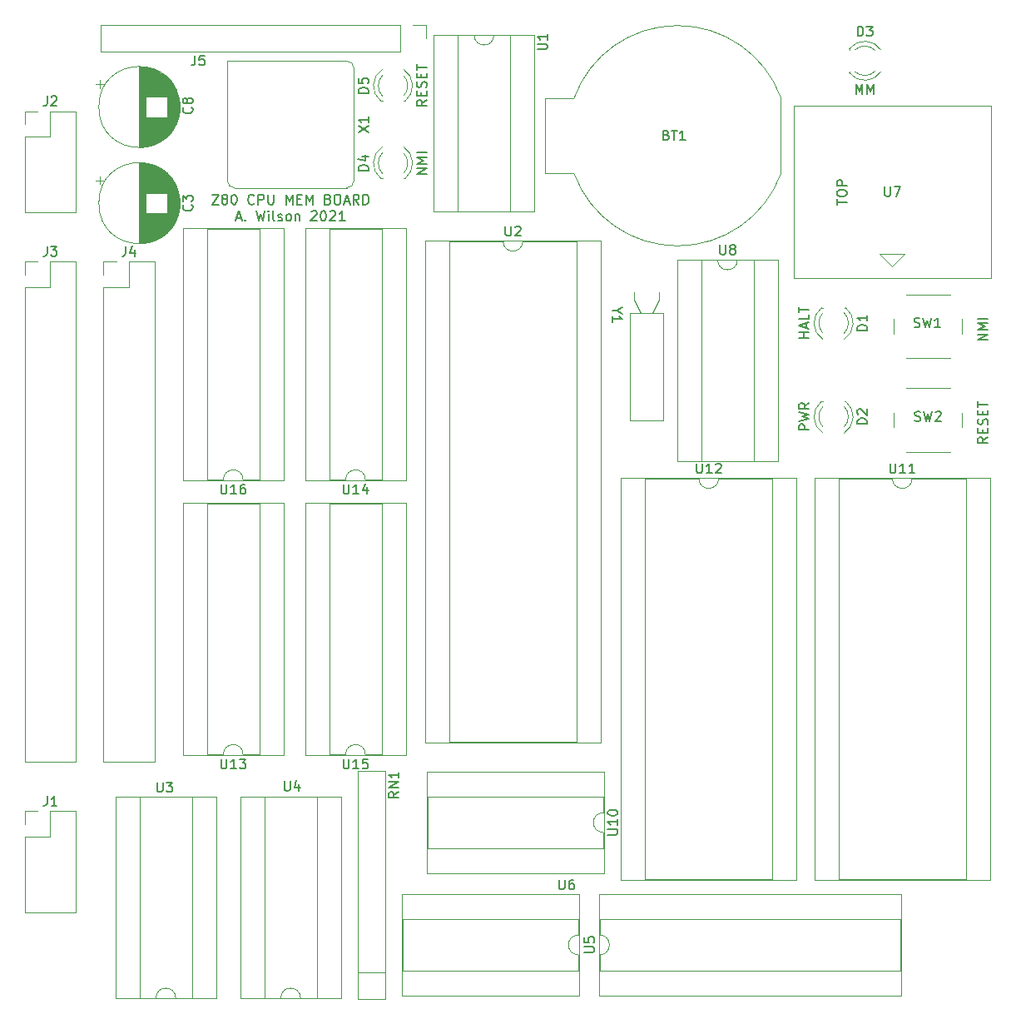
<source format=gbr>
%TF.GenerationSoftware,KiCad,Pcbnew,(5.1.9)-1*%
%TF.CreationDate,2021-05-09T07:52:10-04:00*%
%TF.ProjectId,cpu2,63707532-2e6b-4696-9361-645f70636258,rev?*%
%TF.SameCoordinates,Original*%
%TF.FileFunction,Legend,Top*%
%TF.FilePolarity,Positive*%
%FSLAX46Y46*%
G04 Gerber Fmt 4.6, Leading zero omitted, Abs format (unit mm)*
G04 Created by KiCad (PCBNEW (5.1.9)-1) date 2021-05-09 07:52:10*
%MOMM*%
%LPD*%
G01*
G04 APERTURE LIST*
%ADD10C,0.150000*%
%ADD11C,0.120000*%
G04 APERTURE END LIST*
D10*
X40260000Y-37743380D02*
X40926666Y-37743380D01*
X40260000Y-38743380D01*
X40926666Y-38743380D01*
X41450476Y-38171952D02*
X41355238Y-38124333D01*
X41307619Y-38076714D01*
X41260000Y-37981476D01*
X41260000Y-37933857D01*
X41307619Y-37838619D01*
X41355238Y-37791000D01*
X41450476Y-37743380D01*
X41640952Y-37743380D01*
X41736190Y-37791000D01*
X41783809Y-37838619D01*
X41831428Y-37933857D01*
X41831428Y-37981476D01*
X41783809Y-38076714D01*
X41736190Y-38124333D01*
X41640952Y-38171952D01*
X41450476Y-38171952D01*
X41355238Y-38219571D01*
X41307619Y-38267190D01*
X41260000Y-38362428D01*
X41260000Y-38552904D01*
X41307619Y-38648142D01*
X41355238Y-38695761D01*
X41450476Y-38743380D01*
X41640952Y-38743380D01*
X41736190Y-38695761D01*
X41783809Y-38648142D01*
X41831428Y-38552904D01*
X41831428Y-38362428D01*
X41783809Y-38267190D01*
X41736190Y-38219571D01*
X41640952Y-38171952D01*
X42450476Y-37743380D02*
X42545714Y-37743380D01*
X42640952Y-37791000D01*
X42688571Y-37838619D01*
X42736190Y-37933857D01*
X42783809Y-38124333D01*
X42783809Y-38362428D01*
X42736190Y-38552904D01*
X42688571Y-38648142D01*
X42640952Y-38695761D01*
X42545714Y-38743380D01*
X42450476Y-38743380D01*
X42355238Y-38695761D01*
X42307619Y-38648142D01*
X42260000Y-38552904D01*
X42212380Y-38362428D01*
X42212380Y-38124333D01*
X42260000Y-37933857D01*
X42307619Y-37838619D01*
X42355238Y-37791000D01*
X42450476Y-37743380D01*
X44545714Y-38648142D02*
X44498095Y-38695761D01*
X44355238Y-38743380D01*
X44260000Y-38743380D01*
X44117142Y-38695761D01*
X44021904Y-38600523D01*
X43974285Y-38505285D01*
X43926666Y-38314809D01*
X43926666Y-38171952D01*
X43974285Y-37981476D01*
X44021904Y-37886238D01*
X44117142Y-37791000D01*
X44260000Y-37743380D01*
X44355238Y-37743380D01*
X44498095Y-37791000D01*
X44545714Y-37838619D01*
X44974285Y-38743380D02*
X44974285Y-37743380D01*
X45355238Y-37743380D01*
X45450476Y-37791000D01*
X45498095Y-37838619D01*
X45545714Y-37933857D01*
X45545714Y-38076714D01*
X45498095Y-38171952D01*
X45450476Y-38219571D01*
X45355238Y-38267190D01*
X44974285Y-38267190D01*
X45974285Y-37743380D02*
X45974285Y-38552904D01*
X46021904Y-38648142D01*
X46069523Y-38695761D01*
X46164761Y-38743380D01*
X46355238Y-38743380D01*
X46450476Y-38695761D01*
X46498095Y-38648142D01*
X46545714Y-38552904D01*
X46545714Y-37743380D01*
X47783809Y-38743380D02*
X47783809Y-37743380D01*
X48117142Y-38457666D01*
X48450476Y-37743380D01*
X48450476Y-38743380D01*
X48926666Y-38219571D02*
X49260000Y-38219571D01*
X49402857Y-38743380D02*
X48926666Y-38743380D01*
X48926666Y-37743380D01*
X49402857Y-37743380D01*
X49831428Y-38743380D02*
X49831428Y-37743380D01*
X50164761Y-38457666D01*
X50498095Y-37743380D01*
X50498095Y-38743380D01*
X52069523Y-38219571D02*
X52212380Y-38267190D01*
X52260000Y-38314809D01*
X52307619Y-38410047D01*
X52307619Y-38552904D01*
X52260000Y-38648142D01*
X52212380Y-38695761D01*
X52117142Y-38743380D01*
X51736190Y-38743380D01*
X51736190Y-37743380D01*
X52069523Y-37743380D01*
X52164761Y-37791000D01*
X52212380Y-37838619D01*
X52260000Y-37933857D01*
X52260000Y-38029095D01*
X52212380Y-38124333D01*
X52164761Y-38171952D01*
X52069523Y-38219571D01*
X51736190Y-38219571D01*
X52926666Y-37743380D02*
X53117142Y-37743380D01*
X53212380Y-37791000D01*
X53307619Y-37886238D01*
X53355238Y-38076714D01*
X53355238Y-38410047D01*
X53307619Y-38600523D01*
X53212380Y-38695761D01*
X53117142Y-38743380D01*
X52926666Y-38743380D01*
X52831428Y-38695761D01*
X52736190Y-38600523D01*
X52688571Y-38410047D01*
X52688571Y-38076714D01*
X52736190Y-37886238D01*
X52831428Y-37791000D01*
X52926666Y-37743380D01*
X53736190Y-38457666D02*
X54212380Y-38457666D01*
X53640952Y-38743380D02*
X53974285Y-37743380D01*
X54307619Y-38743380D01*
X55212380Y-38743380D02*
X54879047Y-38267190D01*
X54640952Y-38743380D02*
X54640952Y-37743380D01*
X55021904Y-37743380D01*
X55117142Y-37791000D01*
X55164761Y-37838619D01*
X55212380Y-37933857D01*
X55212380Y-38076714D01*
X55164761Y-38171952D01*
X55117142Y-38219571D01*
X55021904Y-38267190D01*
X54640952Y-38267190D01*
X55640952Y-38743380D02*
X55640952Y-37743380D01*
X55879047Y-37743380D01*
X56021904Y-37791000D01*
X56117142Y-37886238D01*
X56164761Y-37981476D01*
X56212380Y-38171952D01*
X56212380Y-38314809D01*
X56164761Y-38505285D01*
X56117142Y-38600523D01*
X56021904Y-38695761D01*
X55879047Y-38743380D01*
X55640952Y-38743380D01*
X42736190Y-40107666D02*
X43212380Y-40107666D01*
X42640952Y-40393380D02*
X42974285Y-39393380D01*
X43307619Y-40393380D01*
X43640952Y-40298142D02*
X43688571Y-40345761D01*
X43640952Y-40393380D01*
X43593333Y-40345761D01*
X43640952Y-40298142D01*
X43640952Y-40393380D01*
X44783809Y-39393380D02*
X45021904Y-40393380D01*
X45212380Y-39679095D01*
X45402857Y-40393380D01*
X45640952Y-39393380D01*
X46021904Y-40393380D02*
X46021904Y-39726714D01*
X46021904Y-39393380D02*
X45974285Y-39441000D01*
X46021904Y-39488619D01*
X46069523Y-39441000D01*
X46021904Y-39393380D01*
X46021904Y-39488619D01*
X46640952Y-40393380D02*
X46545714Y-40345761D01*
X46498095Y-40250523D01*
X46498095Y-39393380D01*
X46974285Y-40345761D02*
X47069523Y-40393380D01*
X47260000Y-40393380D01*
X47355238Y-40345761D01*
X47402857Y-40250523D01*
X47402857Y-40202904D01*
X47355238Y-40107666D01*
X47260000Y-40060047D01*
X47117142Y-40060047D01*
X47021904Y-40012428D01*
X46974285Y-39917190D01*
X46974285Y-39869571D01*
X47021904Y-39774333D01*
X47117142Y-39726714D01*
X47260000Y-39726714D01*
X47355238Y-39774333D01*
X47974285Y-40393380D02*
X47879047Y-40345761D01*
X47831428Y-40298142D01*
X47783809Y-40202904D01*
X47783809Y-39917190D01*
X47831428Y-39821952D01*
X47879047Y-39774333D01*
X47974285Y-39726714D01*
X48117142Y-39726714D01*
X48212380Y-39774333D01*
X48260000Y-39821952D01*
X48307619Y-39917190D01*
X48307619Y-40202904D01*
X48260000Y-40298142D01*
X48212380Y-40345761D01*
X48117142Y-40393380D01*
X47974285Y-40393380D01*
X48736190Y-39726714D02*
X48736190Y-40393380D01*
X48736190Y-39821952D02*
X48783809Y-39774333D01*
X48879047Y-39726714D01*
X49021904Y-39726714D01*
X49117142Y-39774333D01*
X49164761Y-39869571D01*
X49164761Y-40393380D01*
X50355238Y-39488619D02*
X50402857Y-39441000D01*
X50498095Y-39393380D01*
X50736190Y-39393380D01*
X50831428Y-39441000D01*
X50879047Y-39488619D01*
X50926666Y-39583857D01*
X50926666Y-39679095D01*
X50879047Y-39821952D01*
X50307619Y-40393380D01*
X50926666Y-40393380D01*
X51545714Y-39393380D02*
X51640952Y-39393380D01*
X51736190Y-39441000D01*
X51783809Y-39488619D01*
X51831428Y-39583857D01*
X51879047Y-39774333D01*
X51879047Y-40012428D01*
X51831428Y-40202904D01*
X51783809Y-40298142D01*
X51736190Y-40345761D01*
X51640952Y-40393380D01*
X51545714Y-40393380D01*
X51450476Y-40345761D01*
X51402857Y-40298142D01*
X51355238Y-40202904D01*
X51307619Y-40012428D01*
X51307619Y-39774333D01*
X51355238Y-39583857D01*
X51402857Y-39488619D01*
X51450476Y-39441000D01*
X51545714Y-39393380D01*
X52260000Y-39488619D02*
X52307619Y-39441000D01*
X52402857Y-39393380D01*
X52640952Y-39393380D01*
X52736190Y-39441000D01*
X52783809Y-39488619D01*
X52831428Y-39583857D01*
X52831428Y-39679095D01*
X52783809Y-39821952D01*
X52212380Y-40393380D01*
X52831428Y-40393380D01*
X53783809Y-40393380D02*
X53212380Y-40393380D01*
X53498095Y-40393380D02*
X53498095Y-39393380D01*
X53402857Y-39536238D01*
X53307619Y-39631476D01*
X53212380Y-39679095D01*
D11*
%TO.C,J5*%
X62036000Y-20514000D02*
X62036000Y-21844000D01*
X60706000Y-20514000D02*
X62036000Y-20514000D01*
X59436000Y-20514000D02*
X59436000Y-23174000D01*
X59436000Y-23174000D02*
X28896000Y-23174000D01*
X59436000Y-20514000D02*
X28896000Y-20514000D01*
X28896000Y-20514000D02*
X28896000Y-23174000D01*
%TO.C,D5*%
X59754000Y-28230000D02*
X59910000Y-28230000D01*
X57438000Y-28230000D02*
X57594000Y-28230000D01*
X59753837Y-25628870D02*
G75*
G02*
X59754000Y-27710961I-1079837J-1041130D01*
G01*
X57594163Y-25628870D02*
G75*
G03*
X57594000Y-27710961I1079837J-1041130D01*
G01*
X59752608Y-24997665D02*
G75*
G02*
X59909516Y-28230000I-1078608J-1672335D01*
G01*
X57595392Y-24997665D02*
G75*
G03*
X57438484Y-28230000I1078608J-1672335D01*
G01*
%TO.C,D4*%
X59754000Y-36104000D02*
X59910000Y-36104000D01*
X57438000Y-36104000D02*
X57594000Y-36104000D01*
X59753837Y-33502870D02*
G75*
G02*
X59754000Y-35584961I-1079837J-1041130D01*
G01*
X57594163Y-33502870D02*
G75*
G03*
X57594000Y-35584961I1079837J-1041130D01*
G01*
X59752608Y-32871665D02*
G75*
G02*
X59909516Y-36104000I-1078608J-1672335D01*
G01*
X57595392Y-32871665D02*
G75*
G03*
X57438484Y-36104000I1078608J-1672335D01*
G01*
%TO.C,D3*%
X105120000Y-25210000D02*
X105120000Y-25366000D01*
X105120000Y-22894000D02*
X105120000Y-23050000D01*
X107721130Y-25209837D02*
G75*
G02*
X105639039Y-25210000I-1041130J1079837D01*
G01*
X107721130Y-23050163D02*
G75*
G03*
X105639039Y-23050000I-1041130J-1079837D01*
G01*
X108352335Y-25208608D02*
G75*
G02*
X105120000Y-25365516I-1672335J1078608D01*
G01*
X108352335Y-23051392D02*
G75*
G03*
X105120000Y-22894484I-1672335J-1078608D01*
G01*
%TO.C,C3*%
X28854302Y-35893000D02*
X28854302Y-36693000D01*
X28454302Y-36293000D02*
X29254302Y-36293000D01*
X36945000Y-38075000D02*
X36945000Y-39141000D01*
X36905000Y-37840000D02*
X36905000Y-39376000D01*
X36865000Y-37660000D02*
X36865000Y-39556000D01*
X36825000Y-37510000D02*
X36825000Y-39706000D01*
X36785000Y-37379000D02*
X36785000Y-39837000D01*
X36745000Y-37262000D02*
X36745000Y-39954000D01*
X36705000Y-37155000D02*
X36705000Y-40061000D01*
X36665000Y-37056000D02*
X36665000Y-40160000D01*
X36625000Y-36963000D02*
X36625000Y-40253000D01*
X36585000Y-36877000D02*
X36585000Y-40339000D01*
X36545000Y-36795000D02*
X36545000Y-40421000D01*
X36505000Y-36718000D02*
X36505000Y-40498000D01*
X36465000Y-36644000D02*
X36465000Y-40572000D01*
X36425000Y-36574000D02*
X36425000Y-40642000D01*
X36385000Y-36506000D02*
X36385000Y-40710000D01*
X36345000Y-36442000D02*
X36345000Y-40774000D01*
X36305000Y-36380000D02*
X36305000Y-40836000D01*
X36265000Y-36321000D02*
X36265000Y-40895000D01*
X36225000Y-36263000D02*
X36225000Y-40953000D01*
X36185000Y-36208000D02*
X36185000Y-41008000D01*
X36145000Y-36154000D02*
X36145000Y-41062000D01*
X36105000Y-36103000D02*
X36105000Y-41113000D01*
X36065000Y-36052000D02*
X36065000Y-41164000D01*
X36025000Y-36004000D02*
X36025000Y-41212000D01*
X35985000Y-35957000D02*
X35985000Y-41259000D01*
X35945000Y-35911000D02*
X35945000Y-41305000D01*
X35905000Y-35867000D02*
X35905000Y-41349000D01*
X35865000Y-35824000D02*
X35865000Y-41392000D01*
X35825000Y-35782000D02*
X35825000Y-41434000D01*
X35785000Y-35741000D02*
X35785000Y-41475000D01*
X35745000Y-35701000D02*
X35745000Y-41515000D01*
X35705000Y-35663000D02*
X35705000Y-41553000D01*
X35665000Y-35625000D02*
X35665000Y-41591000D01*
X35625000Y-39648000D02*
X35625000Y-41627000D01*
X35625000Y-35589000D02*
X35625000Y-37568000D01*
X35585000Y-39648000D02*
X35585000Y-41663000D01*
X35585000Y-35553000D02*
X35585000Y-37568000D01*
X35545000Y-39648000D02*
X35545000Y-41698000D01*
X35545000Y-35518000D02*
X35545000Y-37568000D01*
X35505000Y-39648000D02*
X35505000Y-41732000D01*
X35505000Y-35484000D02*
X35505000Y-37568000D01*
X35465000Y-39648000D02*
X35465000Y-41764000D01*
X35465000Y-35452000D02*
X35465000Y-37568000D01*
X35425000Y-39648000D02*
X35425000Y-41797000D01*
X35425000Y-35419000D02*
X35425000Y-37568000D01*
X35385000Y-39648000D02*
X35385000Y-41828000D01*
X35385000Y-35388000D02*
X35385000Y-37568000D01*
X35345000Y-39648000D02*
X35345000Y-41858000D01*
X35345000Y-35358000D02*
X35345000Y-37568000D01*
X35305000Y-39648000D02*
X35305000Y-41888000D01*
X35305000Y-35328000D02*
X35305000Y-37568000D01*
X35265000Y-39648000D02*
X35265000Y-41917000D01*
X35265000Y-35299000D02*
X35265000Y-37568000D01*
X35225000Y-39648000D02*
X35225000Y-41946000D01*
X35225000Y-35270000D02*
X35225000Y-37568000D01*
X35185000Y-39648000D02*
X35185000Y-41973000D01*
X35185000Y-35243000D02*
X35185000Y-37568000D01*
X35145000Y-39648000D02*
X35145000Y-42000000D01*
X35145000Y-35216000D02*
X35145000Y-37568000D01*
X35105000Y-39648000D02*
X35105000Y-42026000D01*
X35105000Y-35190000D02*
X35105000Y-37568000D01*
X35065000Y-39648000D02*
X35065000Y-42052000D01*
X35065000Y-35164000D02*
X35065000Y-37568000D01*
X35025000Y-39648000D02*
X35025000Y-42077000D01*
X35025000Y-35139000D02*
X35025000Y-37568000D01*
X34985000Y-39648000D02*
X34985000Y-42101000D01*
X34985000Y-35115000D02*
X34985000Y-37568000D01*
X34945000Y-39648000D02*
X34945000Y-42125000D01*
X34945000Y-35091000D02*
X34945000Y-37568000D01*
X34905000Y-39648000D02*
X34905000Y-42148000D01*
X34905000Y-35068000D02*
X34905000Y-37568000D01*
X34865000Y-39648000D02*
X34865000Y-42170000D01*
X34865000Y-35046000D02*
X34865000Y-37568000D01*
X34825000Y-39648000D02*
X34825000Y-42192000D01*
X34825000Y-35024000D02*
X34825000Y-37568000D01*
X34785000Y-39648000D02*
X34785000Y-42214000D01*
X34785000Y-35002000D02*
X34785000Y-37568000D01*
X34745000Y-39648000D02*
X34745000Y-42235000D01*
X34745000Y-34981000D02*
X34745000Y-37568000D01*
X34705000Y-39648000D02*
X34705000Y-42255000D01*
X34705000Y-34961000D02*
X34705000Y-37568000D01*
X34665000Y-39648000D02*
X34665000Y-42274000D01*
X34665000Y-34942000D02*
X34665000Y-37568000D01*
X34625000Y-39648000D02*
X34625000Y-42294000D01*
X34625000Y-34922000D02*
X34625000Y-37568000D01*
X34585000Y-39648000D02*
X34585000Y-42312000D01*
X34585000Y-34904000D02*
X34585000Y-37568000D01*
X34545000Y-39648000D02*
X34545000Y-42330000D01*
X34545000Y-34886000D02*
X34545000Y-37568000D01*
X34505000Y-39648000D02*
X34505000Y-42348000D01*
X34505000Y-34868000D02*
X34505000Y-37568000D01*
X34465000Y-39648000D02*
X34465000Y-42365000D01*
X34465000Y-34851000D02*
X34465000Y-37568000D01*
X34425000Y-39648000D02*
X34425000Y-42382000D01*
X34425000Y-34834000D02*
X34425000Y-37568000D01*
X34385000Y-39648000D02*
X34385000Y-42398000D01*
X34385000Y-34818000D02*
X34385000Y-37568000D01*
X34345000Y-39648000D02*
X34345000Y-42413000D01*
X34345000Y-34803000D02*
X34345000Y-37568000D01*
X34305000Y-39648000D02*
X34305000Y-42429000D01*
X34305000Y-34787000D02*
X34305000Y-37568000D01*
X34265000Y-39648000D02*
X34265000Y-42443000D01*
X34265000Y-34773000D02*
X34265000Y-37568000D01*
X34225000Y-39648000D02*
X34225000Y-42458000D01*
X34225000Y-34758000D02*
X34225000Y-37568000D01*
X34185000Y-39648000D02*
X34185000Y-42471000D01*
X34185000Y-34745000D02*
X34185000Y-37568000D01*
X34145000Y-39648000D02*
X34145000Y-42485000D01*
X34145000Y-34731000D02*
X34145000Y-37568000D01*
X34105000Y-39648000D02*
X34105000Y-42497000D01*
X34105000Y-34719000D02*
X34105000Y-37568000D01*
X34065000Y-39648000D02*
X34065000Y-42510000D01*
X34065000Y-34706000D02*
X34065000Y-37568000D01*
X34025000Y-39648000D02*
X34025000Y-42522000D01*
X34025000Y-34694000D02*
X34025000Y-37568000D01*
X33985000Y-39648000D02*
X33985000Y-42533000D01*
X33985000Y-34683000D02*
X33985000Y-37568000D01*
X33945000Y-39648000D02*
X33945000Y-42544000D01*
X33945000Y-34672000D02*
X33945000Y-37568000D01*
X33905000Y-39648000D02*
X33905000Y-42555000D01*
X33905000Y-34661000D02*
X33905000Y-37568000D01*
X33865000Y-39648000D02*
X33865000Y-42565000D01*
X33865000Y-34651000D02*
X33865000Y-37568000D01*
X33825000Y-39648000D02*
X33825000Y-42575000D01*
X33825000Y-34641000D02*
X33825000Y-37568000D01*
X33785000Y-39648000D02*
X33785000Y-42584000D01*
X33785000Y-34632000D02*
X33785000Y-37568000D01*
X33745000Y-39648000D02*
X33745000Y-42593000D01*
X33745000Y-34623000D02*
X33745000Y-37568000D01*
X33705000Y-39648000D02*
X33705000Y-42602000D01*
X33705000Y-34614000D02*
X33705000Y-37568000D01*
X33665000Y-39648000D02*
X33665000Y-42610000D01*
X33665000Y-34606000D02*
X33665000Y-37568000D01*
X33625000Y-39648000D02*
X33625000Y-42618000D01*
X33625000Y-34598000D02*
X33625000Y-37568000D01*
X33585000Y-39648000D02*
X33585000Y-42625000D01*
X33585000Y-34591000D02*
X33585000Y-37568000D01*
X33544000Y-34584000D02*
X33544000Y-42632000D01*
X33504000Y-34578000D02*
X33504000Y-42638000D01*
X33464000Y-34571000D02*
X33464000Y-42645000D01*
X33424000Y-34566000D02*
X33424000Y-42650000D01*
X33384000Y-34560000D02*
X33384000Y-42656000D01*
X33344000Y-34556000D02*
X33344000Y-42660000D01*
X33304000Y-34551000D02*
X33304000Y-42665000D01*
X33264000Y-34547000D02*
X33264000Y-42669000D01*
X33224000Y-34543000D02*
X33224000Y-42673000D01*
X33184000Y-34540000D02*
X33184000Y-42676000D01*
X33144000Y-34537000D02*
X33144000Y-42679000D01*
X33104000Y-34534000D02*
X33104000Y-42682000D01*
X33064000Y-34532000D02*
X33064000Y-42684000D01*
X33024000Y-34531000D02*
X33024000Y-42685000D01*
X32984000Y-34529000D02*
X32984000Y-42687000D01*
X32944000Y-34528000D02*
X32944000Y-42688000D01*
X32904000Y-34528000D02*
X32904000Y-42688000D01*
X32864000Y-34528000D02*
X32864000Y-42688000D01*
X36984000Y-38608000D02*
G75*
G03*
X36984000Y-38608000I-4120000J0D01*
G01*
%TO.C,SW2*%
X110855000Y-63920000D02*
X115355000Y-63920000D01*
X109605000Y-59920000D02*
X109605000Y-61420000D01*
X115355000Y-57420000D02*
X110855000Y-57420000D01*
X116605000Y-61420000D02*
X116605000Y-59920000D01*
%TO.C,SW1*%
X110855000Y-54395000D02*
X115355000Y-54395000D01*
X109605000Y-50395000D02*
X109605000Y-51895000D01*
X115355000Y-47895000D02*
X110855000Y-47895000D01*
X116605000Y-51895000D02*
X116605000Y-50395000D01*
%TO.C,U8*%
X97850000Y-44330000D02*
X87570000Y-44330000D01*
X97850000Y-64890000D02*
X97850000Y-44330000D01*
X87570000Y-64890000D02*
X97850000Y-64890000D01*
X87570000Y-44330000D02*
X87570000Y-64890000D01*
X95360000Y-44390000D02*
X93710000Y-44390000D01*
X95360000Y-64830000D02*
X95360000Y-44390000D01*
X90060000Y-64830000D02*
X95360000Y-64830000D01*
X90060000Y-44390000D02*
X90060000Y-64830000D01*
X91710000Y-44390000D02*
X90060000Y-44390000D01*
X93710000Y-44390000D02*
G75*
G02*
X91710000Y-44390000I-1000000J0D01*
G01*
%TO.C,Y1*%
X82755000Y-49790000D02*
X82755000Y-60690000D01*
X82755000Y-60690000D02*
X86155000Y-60690000D01*
X86155000Y-60690000D02*
X86155000Y-49790000D01*
X86155000Y-49790000D02*
X82755000Y-49790000D01*
X83855000Y-49790000D02*
X83185000Y-48390000D01*
X83185000Y-48390000D02*
X83185000Y-47690000D01*
X85055000Y-49790000D02*
X85725000Y-48390000D01*
X85725000Y-48390000D02*
X85725000Y-47690000D01*
%TO.C,BT1*%
X98130000Y-27850000D02*
X98130000Y-35650000D01*
X77030000Y-35550000D02*
X74130000Y-35550000D01*
X74130000Y-35550000D02*
X74130000Y-27950000D01*
X74130000Y-27950000D02*
X77030000Y-27950000D01*
X98129999Y-35650000D02*
G75*
G02*
X77130001Y-35649999I-10499999J3900000D01*
G01*
X77097630Y-27938285D02*
G75*
G02*
X98129999Y-27850001I10532370J-3811715D01*
G01*
%TO.C,C8*%
X28854302Y-26114000D02*
X28854302Y-26914000D01*
X28454302Y-26514000D02*
X29254302Y-26514000D01*
X36945000Y-28296000D02*
X36945000Y-29362000D01*
X36905000Y-28061000D02*
X36905000Y-29597000D01*
X36865000Y-27881000D02*
X36865000Y-29777000D01*
X36825000Y-27731000D02*
X36825000Y-29927000D01*
X36785000Y-27600000D02*
X36785000Y-30058000D01*
X36745000Y-27483000D02*
X36745000Y-30175000D01*
X36705000Y-27376000D02*
X36705000Y-30282000D01*
X36665000Y-27277000D02*
X36665000Y-30381000D01*
X36625000Y-27184000D02*
X36625000Y-30474000D01*
X36585000Y-27098000D02*
X36585000Y-30560000D01*
X36545000Y-27016000D02*
X36545000Y-30642000D01*
X36505000Y-26939000D02*
X36505000Y-30719000D01*
X36465000Y-26865000D02*
X36465000Y-30793000D01*
X36425000Y-26795000D02*
X36425000Y-30863000D01*
X36385000Y-26727000D02*
X36385000Y-30931000D01*
X36345000Y-26663000D02*
X36345000Y-30995000D01*
X36305000Y-26601000D02*
X36305000Y-31057000D01*
X36265000Y-26542000D02*
X36265000Y-31116000D01*
X36225000Y-26484000D02*
X36225000Y-31174000D01*
X36185000Y-26429000D02*
X36185000Y-31229000D01*
X36145000Y-26375000D02*
X36145000Y-31283000D01*
X36105000Y-26324000D02*
X36105000Y-31334000D01*
X36065000Y-26273000D02*
X36065000Y-31385000D01*
X36025000Y-26225000D02*
X36025000Y-31433000D01*
X35985000Y-26178000D02*
X35985000Y-31480000D01*
X35945000Y-26132000D02*
X35945000Y-31526000D01*
X35905000Y-26088000D02*
X35905000Y-31570000D01*
X35865000Y-26045000D02*
X35865000Y-31613000D01*
X35825000Y-26003000D02*
X35825000Y-31655000D01*
X35785000Y-25962000D02*
X35785000Y-31696000D01*
X35745000Y-25922000D02*
X35745000Y-31736000D01*
X35705000Y-25884000D02*
X35705000Y-31774000D01*
X35665000Y-25846000D02*
X35665000Y-31812000D01*
X35625000Y-29869000D02*
X35625000Y-31848000D01*
X35625000Y-25810000D02*
X35625000Y-27789000D01*
X35585000Y-29869000D02*
X35585000Y-31884000D01*
X35585000Y-25774000D02*
X35585000Y-27789000D01*
X35545000Y-29869000D02*
X35545000Y-31919000D01*
X35545000Y-25739000D02*
X35545000Y-27789000D01*
X35505000Y-29869000D02*
X35505000Y-31953000D01*
X35505000Y-25705000D02*
X35505000Y-27789000D01*
X35465000Y-29869000D02*
X35465000Y-31985000D01*
X35465000Y-25673000D02*
X35465000Y-27789000D01*
X35425000Y-29869000D02*
X35425000Y-32018000D01*
X35425000Y-25640000D02*
X35425000Y-27789000D01*
X35385000Y-29869000D02*
X35385000Y-32049000D01*
X35385000Y-25609000D02*
X35385000Y-27789000D01*
X35345000Y-29869000D02*
X35345000Y-32079000D01*
X35345000Y-25579000D02*
X35345000Y-27789000D01*
X35305000Y-29869000D02*
X35305000Y-32109000D01*
X35305000Y-25549000D02*
X35305000Y-27789000D01*
X35265000Y-29869000D02*
X35265000Y-32138000D01*
X35265000Y-25520000D02*
X35265000Y-27789000D01*
X35225000Y-29869000D02*
X35225000Y-32167000D01*
X35225000Y-25491000D02*
X35225000Y-27789000D01*
X35185000Y-29869000D02*
X35185000Y-32194000D01*
X35185000Y-25464000D02*
X35185000Y-27789000D01*
X35145000Y-29869000D02*
X35145000Y-32221000D01*
X35145000Y-25437000D02*
X35145000Y-27789000D01*
X35105000Y-29869000D02*
X35105000Y-32247000D01*
X35105000Y-25411000D02*
X35105000Y-27789000D01*
X35065000Y-29869000D02*
X35065000Y-32273000D01*
X35065000Y-25385000D02*
X35065000Y-27789000D01*
X35025000Y-29869000D02*
X35025000Y-32298000D01*
X35025000Y-25360000D02*
X35025000Y-27789000D01*
X34985000Y-29869000D02*
X34985000Y-32322000D01*
X34985000Y-25336000D02*
X34985000Y-27789000D01*
X34945000Y-29869000D02*
X34945000Y-32346000D01*
X34945000Y-25312000D02*
X34945000Y-27789000D01*
X34905000Y-29869000D02*
X34905000Y-32369000D01*
X34905000Y-25289000D02*
X34905000Y-27789000D01*
X34865000Y-29869000D02*
X34865000Y-32391000D01*
X34865000Y-25267000D02*
X34865000Y-27789000D01*
X34825000Y-29869000D02*
X34825000Y-32413000D01*
X34825000Y-25245000D02*
X34825000Y-27789000D01*
X34785000Y-29869000D02*
X34785000Y-32435000D01*
X34785000Y-25223000D02*
X34785000Y-27789000D01*
X34745000Y-29869000D02*
X34745000Y-32456000D01*
X34745000Y-25202000D02*
X34745000Y-27789000D01*
X34705000Y-29869000D02*
X34705000Y-32476000D01*
X34705000Y-25182000D02*
X34705000Y-27789000D01*
X34665000Y-29869000D02*
X34665000Y-32495000D01*
X34665000Y-25163000D02*
X34665000Y-27789000D01*
X34625000Y-29869000D02*
X34625000Y-32515000D01*
X34625000Y-25143000D02*
X34625000Y-27789000D01*
X34585000Y-29869000D02*
X34585000Y-32533000D01*
X34585000Y-25125000D02*
X34585000Y-27789000D01*
X34545000Y-29869000D02*
X34545000Y-32551000D01*
X34545000Y-25107000D02*
X34545000Y-27789000D01*
X34505000Y-29869000D02*
X34505000Y-32569000D01*
X34505000Y-25089000D02*
X34505000Y-27789000D01*
X34465000Y-29869000D02*
X34465000Y-32586000D01*
X34465000Y-25072000D02*
X34465000Y-27789000D01*
X34425000Y-29869000D02*
X34425000Y-32603000D01*
X34425000Y-25055000D02*
X34425000Y-27789000D01*
X34385000Y-29869000D02*
X34385000Y-32619000D01*
X34385000Y-25039000D02*
X34385000Y-27789000D01*
X34345000Y-29869000D02*
X34345000Y-32634000D01*
X34345000Y-25024000D02*
X34345000Y-27789000D01*
X34305000Y-29869000D02*
X34305000Y-32650000D01*
X34305000Y-25008000D02*
X34305000Y-27789000D01*
X34265000Y-29869000D02*
X34265000Y-32664000D01*
X34265000Y-24994000D02*
X34265000Y-27789000D01*
X34225000Y-29869000D02*
X34225000Y-32679000D01*
X34225000Y-24979000D02*
X34225000Y-27789000D01*
X34185000Y-29869000D02*
X34185000Y-32692000D01*
X34185000Y-24966000D02*
X34185000Y-27789000D01*
X34145000Y-29869000D02*
X34145000Y-32706000D01*
X34145000Y-24952000D02*
X34145000Y-27789000D01*
X34105000Y-29869000D02*
X34105000Y-32718000D01*
X34105000Y-24940000D02*
X34105000Y-27789000D01*
X34065000Y-29869000D02*
X34065000Y-32731000D01*
X34065000Y-24927000D02*
X34065000Y-27789000D01*
X34025000Y-29869000D02*
X34025000Y-32743000D01*
X34025000Y-24915000D02*
X34025000Y-27789000D01*
X33985000Y-29869000D02*
X33985000Y-32754000D01*
X33985000Y-24904000D02*
X33985000Y-27789000D01*
X33945000Y-29869000D02*
X33945000Y-32765000D01*
X33945000Y-24893000D02*
X33945000Y-27789000D01*
X33905000Y-29869000D02*
X33905000Y-32776000D01*
X33905000Y-24882000D02*
X33905000Y-27789000D01*
X33865000Y-29869000D02*
X33865000Y-32786000D01*
X33865000Y-24872000D02*
X33865000Y-27789000D01*
X33825000Y-29869000D02*
X33825000Y-32796000D01*
X33825000Y-24862000D02*
X33825000Y-27789000D01*
X33785000Y-29869000D02*
X33785000Y-32805000D01*
X33785000Y-24853000D02*
X33785000Y-27789000D01*
X33745000Y-29869000D02*
X33745000Y-32814000D01*
X33745000Y-24844000D02*
X33745000Y-27789000D01*
X33705000Y-29869000D02*
X33705000Y-32823000D01*
X33705000Y-24835000D02*
X33705000Y-27789000D01*
X33665000Y-29869000D02*
X33665000Y-32831000D01*
X33665000Y-24827000D02*
X33665000Y-27789000D01*
X33625000Y-29869000D02*
X33625000Y-32839000D01*
X33625000Y-24819000D02*
X33625000Y-27789000D01*
X33585000Y-29869000D02*
X33585000Y-32846000D01*
X33585000Y-24812000D02*
X33585000Y-27789000D01*
X33544000Y-24805000D02*
X33544000Y-32853000D01*
X33504000Y-24799000D02*
X33504000Y-32859000D01*
X33464000Y-24792000D02*
X33464000Y-32866000D01*
X33424000Y-24787000D02*
X33424000Y-32871000D01*
X33384000Y-24781000D02*
X33384000Y-32877000D01*
X33344000Y-24777000D02*
X33344000Y-32881000D01*
X33304000Y-24772000D02*
X33304000Y-32886000D01*
X33264000Y-24768000D02*
X33264000Y-32890000D01*
X33224000Y-24764000D02*
X33224000Y-32894000D01*
X33184000Y-24761000D02*
X33184000Y-32897000D01*
X33144000Y-24758000D02*
X33144000Y-32900000D01*
X33104000Y-24755000D02*
X33104000Y-32903000D01*
X33064000Y-24753000D02*
X33064000Y-32905000D01*
X33024000Y-24752000D02*
X33024000Y-32906000D01*
X32984000Y-24750000D02*
X32984000Y-32908000D01*
X32944000Y-24749000D02*
X32944000Y-32909000D01*
X32904000Y-24749000D02*
X32904000Y-32909000D01*
X32864000Y-24749000D02*
X32864000Y-32909000D01*
X36984000Y-28829000D02*
G75*
G03*
X36984000Y-28829000I-4120000J0D01*
G01*
%TO.C,U10*%
X80130000Y-106740000D02*
X80130000Y-96460000D01*
X62110000Y-106740000D02*
X80130000Y-106740000D01*
X62110000Y-96460000D02*
X62110000Y-106740000D01*
X80130000Y-96460000D02*
X62110000Y-96460000D01*
X80070000Y-104250000D02*
X80070000Y-102600000D01*
X62170000Y-104250000D02*
X80070000Y-104250000D01*
X62170000Y-98950000D02*
X62170000Y-104250000D01*
X80070000Y-98950000D02*
X62170000Y-98950000D01*
X80070000Y-100600000D02*
X80070000Y-98950000D01*
X80070000Y-102600000D02*
G75*
G02*
X80070000Y-100600000I0J1000000D01*
G01*
%TO.C,U6*%
X77590000Y-119186000D02*
X77590000Y-108906000D01*
X59570000Y-119186000D02*
X77590000Y-119186000D01*
X59570000Y-108906000D02*
X59570000Y-119186000D01*
X77590000Y-108906000D02*
X59570000Y-108906000D01*
X77530000Y-116696000D02*
X77530000Y-115046000D01*
X59630000Y-116696000D02*
X77530000Y-116696000D01*
X59630000Y-111396000D02*
X59630000Y-116696000D01*
X77530000Y-111396000D02*
X59630000Y-111396000D01*
X77530000Y-113046000D02*
X77530000Y-111396000D01*
X77530000Y-115046000D02*
G75*
G02*
X77530000Y-113046000I0J1000000D01*
G01*
%TO.C,U1*%
X73085000Y-21470000D02*
X62805000Y-21470000D01*
X73085000Y-39490000D02*
X73085000Y-21470000D01*
X62805000Y-39490000D02*
X73085000Y-39490000D01*
X62805000Y-21470000D02*
X62805000Y-39490000D01*
X70595000Y-21530000D02*
X68945000Y-21530000D01*
X70595000Y-39430000D02*
X70595000Y-21530000D01*
X65295000Y-39430000D02*
X70595000Y-39430000D01*
X65295000Y-21530000D02*
X65295000Y-39430000D01*
X66945000Y-21530000D02*
X65295000Y-21530000D01*
X68945000Y-21530000D02*
G75*
G02*
X66945000Y-21530000I-1000000J0D01*
G01*
%TO.C,U5*%
X79636000Y-108906000D02*
X79636000Y-119186000D01*
X110356000Y-108906000D02*
X79636000Y-108906000D01*
X110356000Y-119186000D02*
X110356000Y-108906000D01*
X79636000Y-119186000D02*
X110356000Y-119186000D01*
X79696000Y-111396000D02*
X79696000Y-113046000D01*
X110296000Y-111396000D02*
X79696000Y-111396000D01*
X110296000Y-116696000D02*
X110296000Y-111396000D01*
X79696000Y-116696000D02*
X110296000Y-116696000D01*
X79696000Y-115046000D02*
X79696000Y-116696000D01*
X79696000Y-113046000D02*
G75*
G02*
X79696000Y-115046000I0J-1000000D01*
G01*
%TO.C,U4*%
X43120000Y-119500000D02*
X53400000Y-119500000D01*
X43120000Y-98940000D02*
X43120000Y-119500000D01*
X53400000Y-98940000D02*
X43120000Y-98940000D01*
X53400000Y-119500000D02*
X53400000Y-98940000D01*
X45610000Y-119440000D02*
X47260000Y-119440000D01*
X45610000Y-99000000D02*
X45610000Y-119440000D01*
X50910000Y-99000000D02*
X45610000Y-99000000D01*
X50910000Y-119440000D02*
X50910000Y-99000000D01*
X49260000Y-119440000D02*
X50910000Y-119440000D01*
X47260000Y-119440000D02*
G75*
G02*
X49260000Y-119440000I1000000J0D01*
G01*
%TO.C,U3*%
X30420000Y-119500000D02*
X40700000Y-119500000D01*
X30420000Y-98940000D02*
X30420000Y-119500000D01*
X40700000Y-98940000D02*
X30420000Y-98940000D01*
X40700000Y-119500000D02*
X40700000Y-98940000D01*
X32910000Y-119440000D02*
X34560000Y-119440000D01*
X32910000Y-99000000D02*
X32910000Y-119440000D01*
X38210000Y-99000000D02*
X32910000Y-99000000D01*
X38210000Y-119440000D02*
X38210000Y-99000000D01*
X36560000Y-119440000D02*
X38210000Y-119440000D01*
X34560000Y-119440000D02*
G75*
G02*
X36560000Y-119440000I1000000J0D01*
G01*
%TO.C,U2*%
X79829000Y-42425000D02*
X61929000Y-42425000D01*
X79829000Y-93465000D02*
X79829000Y-42425000D01*
X61929000Y-93465000D02*
X79829000Y-93465000D01*
X61929000Y-42425000D02*
X61929000Y-93465000D01*
X77339000Y-42485000D02*
X71879000Y-42485000D01*
X77339000Y-93405000D02*
X77339000Y-42485000D01*
X64419000Y-93405000D02*
X77339000Y-93405000D01*
X64419000Y-42485000D02*
X64419000Y-93405000D01*
X69879000Y-42485000D02*
X64419000Y-42485000D01*
X71879000Y-42485000D02*
G75*
G02*
X69879000Y-42485000I-1000000J0D01*
G01*
%TO.C,U12*%
X89805000Y-66615000D02*
X84345000Y-66615000D01*
X84345000Y-66615000D02*
X84345000Y-107375000D01*
X84345000Y-107375000D02*
X97265000Y-107375000D01*
X97265000Y-107375000D02*
X97265000Y-66615000D01*
X97265000Y-66615000D02*
X91805000Y-66615000D01*
X81855000Y-66555000D02*
X81855000Y-107435000D01*
X81855000Y-107435000D02*
X99755000Y-107435000D01*
X99755000Y-107435000D02*
X99755000Y-66555000D01*
X99755000Y-66555000D02*
X81855000Y-66555000D01*
X91805000Y-66615000D02*
G75*
G02*
X89805000Y-66615000I-1000000J0D01*
G01*
%TO.C,U11*%
X119440000Y-66555000D02*
X101540000Y-66555000D01*
X119440000Y-107435000D02*
X119440000Y-66555000D01*
X101540000Y-107435000D02*
X119440000Y-107435000D01*
X101540000Y-66555000D02*
X101540000Y-107435000D01*
X116950000Y-66615000D02*
X111490000Y-66615000D01*
X116950000Y-107375000D02*
X116950000Y-66615000D01*
X104030000Y-107375000D02*
X116950000Y-107375000D01*
X104030000Y-66615000D02*
X104030000Y-107375000D01*
X109490000Y-66615000D02*
X104030000Y-66615000D01*
X111490000Y-66615000D02*
G75*
G02*
X109490000Y-66615000I-1000000J0D01*
G01*
%TO.C,U16*%
X37278000Y-66795000D02*
X47558000Y-66795000D01*
X37278000Y-41155000D02*
X37278000Y-66795000D01*
X47558000Y-41155000D02*
X37278000Y-41155000D01*
X47558000Y-66795000D02*
X47558000Y-41155000D01*
X39768000Y-66735000D02*
X41418000Y-66735000D01*
X39768000Y-41215000D02*
X39768000Y-66735000D01*
X45068000Y-41215000D02*
X39768000Y-41215000D01*
X45068000Y-66735000D02*
X45068000Y-41215000D01*
X43418000Y-66735000D02*
X45068000Y-66735000D01*
X41418000Y-66735000D02*
G75*
G02*
X43418000Y-66735000I1000000J0D01*
G01*
%TO.C,U15*%
X49724000Y-94735000D02*
X60004000Y-94735000D01*
X49724000Y-69095000D02*
X49724000Y-94735000D01*
X60004000Y-69095000D02*
X49724000Y-69095000D01*
X60004000Y-94735000D02*
X60004000Y-69095000D01*
X52214000Y-94675000D02*
X53864000Y-94675000D01*
X52214000Y-69155000D02*
X52214000Y-94675000D01*
X57514000Y-69155000D02*
X52214000Y-69155000D01*
X57514000Y-94675000D02*
X57514000Y-69155000D01*
X55864000Y-94675000D02*
X57514000Y-94675000D01*
X53864000Y-94675000D02*
G75*
G02*
X55864000Y-94675000I1000000J0D01*
G01*
%TO.C,U14*%
X49724000Y-66795000D02*
X60004000Y-66795000D01*
X49724000Y-41155000D02*
X49724000Y-66795000D01*
X60004000Y-41155000D02*
X49724000Y-41155000D01*
X60004000Y-66795000D02*
X60004000Y-41155000D01*
X52214000Y-66735000D02*
X53864000Y-66735000D01*
X52214000Y-41215000D02*
X52214000Y-66735000D01*
X57514000Y-41215000D02*
X52214000Y-41215000D01*
X57514000Y-66735000D02*
X57514000Y-41215000D01*
X55864000Y-66735000D02*
X57514000Y-66735000D01*
X53864000Y-66735000D02*
G75*
G02*
X55864000Y-66735000I1000000J0D01*
G01*
%TO.C,U13*%
X43418000Y-94675000D02*
X45068000Y-94675000D01*
X45068000Y-94675000D02*
X45068000Y-69155000D01*
X45068000Y-69155000D02*
X39768000Y-69155000D01*
X39768000Y-69155000D02*
X39768000Y-94675000D01*
X39768000Y-94675000D02*
X41418000Y-94675000D01*
X47558000Y-94735000D02*
X47558000Y-69095000D01*
X47558000Y-69095000D02*
X37278000Y-69095000D01*
X37278000Y-69095000D02*
X37278000Y-94735000D01*
X37278000Y-94735000D02*
X47558000Y-94735000D01*
X41418000Y-94675000D02*
G75*
G02*
X43418000Y-94675000I1000000J0D01*
G01*
%TO.C,J2*%
X21210000Y-39550000D02*
X26410000Y-39550000D01*
X21210000Y-31870000D02*
X21210000Y-39550000D01*
X26410000Y-29270000D02*
X26410000Y-39550000D01*
X21210000Y-31870000D02*
X23810000Y-31870000D01*
X23810000Y-31870000D02*
X23810000Y-29270000D01*
X23810000Y-29270000D02*
X26410000Y-29270000D01*
X21210000Y-30600000D02*
X21210000Y-29270000D01*
X21210000Y-29270000D02*
X22540000Y-29270000D01*
%TO.C,J1*%
X21210000Y-100450000D02*
X22540000Y-100450000D01*
X21210000Y-101780000D02*
X21210000Y-100450000D01*
X23810000Y-100450000D02*
X26410000Y-100450000D01*
X23810000Y-103050000D02*
X23810000Y-100450000D01*
X21210000Y-103050000D02*
X23810000Y-103050000D01*
X26410000Y-100450000D02*
X26410000Y-110730000D01*
X21210000Y-103050000D02*
X21210000Y-110730000D01*
X21210000Y-110730000D02*
X26410000Y-110730000D01*
%TO.C,D2*%
X102425000Y-58765000D02*
X102269000Y-58765000D01*
X104741000Y-58765000D02*
X104585000Y-58765000D01*
X102425163Y-61366130D02*
G75*
G02*
X102425000Y-59284039I1079837J1041130D01*
G01*
X104584837Y-61366130D02*
G75*
G03*
X104585000Y-59284039I-1079837J1041130D01*
G01*
X102426392Y-61997335D02*
G75*
G02*
X102269484Y-58765000I1078608J1672335D01*
G01*
X104583608Y-61997335D02*
G75*
G03*
X104740516Y-58765000I-1078608J1672335D01*
G01*
%TO.C,J4*%
X29210000Y-44540000D02*
X30540000Y-44540000D01*
X29210000Y-45870000D02*
X29210000Y-44540000D01*
X31810000Y-44540000D02*
X34410000Y-44540000D01*
X31810000Y-47140000D02*
X31810000Y-44540000D01*
X29210000Y-47140000D02*
X31810000Y-47140000D01*
X34410000Y-44540000D02*
X34410000Y-95460000D01*
X29210000Y-47140000D02*
X29210000Y-95460000D01*
X29210000Y-95460000D02*
X34410000Y-95460000D01*
%TO.C,X1*%
X53960000Y-24157000D02*
X41810000Y-24157000D01*
X54710000Y-36307000D02*
X54710000Y-24907000D01*
X42560000Y-37057000D02*
X53960000Y-37057000D01*
X41810000Y-24157000D02*
X41810000Y-36307000D01*
X41810000Y-36307000D02*
G75*
G03*
X42560000Y-37057000I750000J0D01*
G01*
X53960000Y-37057000D02*
G75*
G03*
X54710000Y-36307000I0J750000D01*
G01*
X54710000Y-24907000D02*
G75*
G03*
X53960000Y-24157000I-750000J0D01*
G01*
%TO.C,D1*%
X102425000Y-49240000D02*
X102269000Y-49240000D01*
X104741000Y-49240000D02*
X104585000Y-49240000D01*
X102425163Y-51841130D02*
G75*
G02*
X102425000Y-49759039I1079837J1041130D01*
G01*
X104584837Y-51841130D02*
G75*
G03*
X104585000Y-49759039I-1079837J1041130D01*
G01*
X102426392Y-52472335D02*
G75*
G02*
X102269484Y-49240000I1078608J1672335D01*
G01*
X104583608Y-52472335D02*
G75*
G03*
X104740516Y-49240000I-1078608J1672335D01*
G01*
%TO.C,U7*%
X110744000Y-43815000D02*
X109474000Y-45085000D01*
X108204000Y-43815000D02*
X110744000Y-43815000D01*
X109474000Y-45085000D02*
X108204000Y-43815000D01*
X119524000Y-28715000D02*
X119524000Y-46215000D01*
X99424000Y-46215000D02*
X99424000Y-28715000D01*
X119524000Y-46215000D02*
X99424000Y-46215000D01*
X119524000Y-28715000D02*
X99424000Y-28715000D01*
%TO.C,RN1*%
X55115000Y-119550000D02*
X57915000Y-119550000D01*
X57915000Y-119550000D02*
X57915000Y-96350000D01*
X57915000Y-96350000D02*
X55115000Y-96350000D01*
X55115000Y-96350000D02*
X55115000Y-119550000D01*
X55115000Y-116840000D02*
X57915000Y-116840000D01*
%TO.C,J3*%
X21210000Y-95460000D02*
X26410000Y-95460000D01*
X21210000Y-47140000D02*
X21210000Y-95460000D01*
X26410000Y-44540000D02*
X26410000Y-95460000D01*
X21210000Y-47140000D02*
X23810000Y-47140000D01*
X23810000Y-47140000D02*
X23810000Y-44540000D01*
X23810000Y-44540000D02*
X26410000Y-44540000D01*
X21210000Y-45870000D02*
X21210000Y-44540000D01*
X21210000Y-44540000D02*
X22540000Y-44540000D01*
%TO.C,J5*%
D10*
X38528666Y-23582380D02*
X38528666Y-24296666D01*
X38481047Y-24439523D01*
X38385809Y-24534761D01*
X38242952Y-24582380D01*
X38147714Y-24582380D01*
X39481047Y-23582380D02*
X39004857Y-23582380D01*
X38957238Y-24058571D01*
X39004857Y-24010952D01*
X39100095Y-23963333D01*
X39338190Y-23963333D01*
X39433428Y-24010952D01*
X39481047Y-24058571D01*
X39528666Y-24153809D01*
X39528666Y-24391904D01*
X39481047Y-24487142D01*
X39433428Y-24534761D01*
X39338190Y-24582380D01*
X39100095Y-24582380D01*
X39004857Y-24534761D01*
X38957238Y-24487142D01*
%TO.C,D5*%
X56166380Y-27408095D02*
X55166380Y-27408095D01*
X55166380Y-27170000D01*
X55214000Y-27027142D01*
X55309238Y-26931904D01*
X55404476Y-26884285D01*
X55594952Y-26836666D01*
X55737809Y-26836666D01*
X55928285Y-26884285D01*
X56023523Y-26931904D01*
X56118761Y-27027142D01*
X56166380Y-27170000D01*
X56166380Y-27408095D01*
X55166380Y-25931904D02*
X55166380Y-26408095D01*
X55642571Y-26455714D01*
X55594952Y-26408095D01*
X55547333Y-26312857D01*
X55547333Y-26074761D01*
X55594952Y-25979523D01*
X55642571Y-25931904D01*
X55737809Y-25884285D01*
X55975904Y-25884285D01*
X56071142Y-25931904D01*
X56118761Y-25979523D01*
X56166380Y-26074761D01*
X56166380Y-26312857D01*
X56118761Y-26408095D01*
X56071142Y-26455714D01*
X62086380Y-28122380D02*
X61610190Y-28455714D01*
X62086380Y-28693809D02*
X61086380Y-28693809D01*
X61086380Y-28312857D01*
X61134000Y-28217619D01*
X61181619Y-28170000D01*
X61276857Y-28122380D01*
X61419714Y-28122380D01*
X61514952Y-28170000D01*
X61562571Y-28217619D01*
X61610190Y-28312857D01*
X61610190Y-28693809D01*
X61562571Y-27693809D02*
X61562571Y-27360476D01*
X62086380Y-27217619D02*
X62086380Y-27693809D01*
X61086380Y-27693809D01*
X61086380Y-27217619D01*
X62038761Y-26836666D02*
X62086380Y-26693809D01*
X62086380Y-26455714D01*
X62038761Y-26360476D01*
X61991142Y-26312857D01*
X61895904Y-26265238D01*
X61800666Y-26265238D01*
X61705428Y-26312857D01*
X61657809Y-26360476D01*
X61610190Y-26455714D01*
X61562571Y-26646190D01*
X61514952Y-26741428D01*
X61467333Y-26789047D01*
X61372095Y-26836666D01*
X61276857Y-26836666D01*
X61181619Y-26789047D01*
X61134000Y-26741428D01*
X61086380Y-26646190D01*
X61086380Y-26408095D01*
X61134000Y-26265238D01*
X61562571Y-25836666D02*
X61562571Y-25503333D01*
X62086380Y-25360476D02*
X62086380Y-25836666D01*
X61086380Y-25836666D01*
X61086380Y-25360476D01*
X61086380Y-25074761D02*
X61086380Y-24503333D01*
X62086380Y-24789047D02*
X61086380Y-24789047D01*
%TO.C,D4*%
X56166380Y-35282095D02*
X55166380Y-35282095D01*
X55166380Y-35044000D01*
X55214000Y-34901142D01*
X55309238Y-34805904D01*
X55404476Y-34758285D01*
X55594952Y-34710666D01*
X55737809Y-34710666D01*
X55928285Y-34758285D01*
X56023523Y-34805904D01*
X56118761Y-34901142D01*
X56166380Y-35044000D01*
X56166380Y-35282095D01*
X55499714Y-33853523D02*
X56166380Y-33853523D01*
X55118761Y-34091619D02*
X55833047Y-34329714D01*
X55833047Y-33710666D01*
X62086380Y-35639238D02*
X61086380Y-35639238D01*
X62086380Y-35067809D01*
X61086380Y-35067809D01*
X62086380Y-34591619D02*
X61086380Y-34591619D01*
X61800666Y-34258285D01*
X61086380Y-33924952D01*
X62086380Y-33924952D01*
X62086380Y-33448761D02*
X61086380Y-33448761D01*
%TO.C,D3*%
X105941904Y-21622380D02*
X105941904Y-20622380D01*
X106180000Y-20622380D01*
X106322857Y-20670000D01*
X106418095Y-20765238D01*
X106465714Y-20860476D01*
X106513333Y-21050952D01*
X106513333Y-21193809D01*
X106465714Y-21384285D01*
X106418095Y-21479523D01*
X106322857Y-21574761D01*
X106180000Y-21622380D01*
X105941904Y-21622380D01*
X106846666Y-20622380D02*
X107465714Y-20622380D01*
X107132380Y-21003333D01*
X107275238Y-21003333D01*
X107370476Y-21050952D01*
X107418095Y-21098571D01*
X107465714Y-21193809D01*
X107465714Y-21431904D01*
X107418095Y-21527142D01*
X107370476Y-21574761D01*
X107275238Y-21622380D01*
X106989523Y-21622380D01*
X106894285Y-21574761D01*
X106846666Y-21527142D01*
X105775238Y-27542380D02*
X105775238Y-26542380D01*
X106108571Y-27256666D01*
X106441904Y-26542380D01*
X106441904Y-27542380D01*
X106918095Y-27542380D02*
X106918095Y-26542380D01*
X107251428Y-27256666D01*
X107584761Y-26542380D01*
X107584761Y-27542380D01*
%TO.C,C3*%
X38203142Y-38774666D02*
X38250761Y-38822285D01*
X38298380Y-38965142D01*
X38298380Y-39060380D01*
X38250761Y-39203238D01*
X38155523Y-39298476D01*
X38060285Y-39346095D01*
X37869809Y-39393714D01*
X37726952Y-39393714D01*
X37536476Y-39346095D01*
X37441238Y-39298476D01*
X37346000Y-39203238D01*
X37298380Y-39060380D01*
X37298380Y-38965142D01*
X37346000Y-38822285D01*
X37393619Y-38774666D01*
X37298380Y-38441333D02*
X37298380Y-37822285D01*
X37679333Y-38155619D01*
X37679333Y-38012761D01*
X37726952Y-37917523D01*
X37774571Y-37869904D01*
X37869809Y-37822285D01*
X38107904Y-37822285D01*
X38203142Y-37869904D01*
X38250761Y-37917523D01*
X38298380Y-38012761D01*
X38298380Y-38298476D01*
X38250761Y-38393714D01*
X38203142Y-38441333D01*
%TO.C,SW2*%
X111771666Y-60729761D02*
X111914523Y-60777380D01*
X112152619Y-60777380D01*
X112247857Y-60729761D01*
X112295476Y-60682142D01*
X112343095Y-60586904D01*
X112343095Y-60491666D01*
X112295476Y-60396428D01*
X112247857Y-60348809D01*
X112152619Y-60301190D01*
X111962142Y-60253571D01*
X111866904Y-60205952D01*
X111819285Y-60158333D01*
X111771666Y-60063095D01*
X111771666Y-59967857D01*
X111819285Y-59872619D01*
X111866904Y-59825000D01*
X111962142Y-59777380D01*
X112200238Y-59777380D01*
X112343095Y-59825000D01*
X112676428Y-59777380D02*
X112914523Y-60777380D01*
X113105000Y-60063095D01*
X113295476Y-60777380D01*
X113533571Y-59777380D01*
X113866904Y-59872619D02*
X113914523Y-59825000D01*
X114009761Y-59777380D01*
X114247857Y-59777380D01*
X114343095Y-59825000D01*
X114390714Y-59872619D01*
X114438333Y-59967857D01*
X114438333Y-60063095D01*
X114390714Y-60205952D01*
X113819285Y-60777380D01*
X114438333Y-60777380D01*
X119197380Y-62412380D02*
X118721190Y-62745714D01*
X119197380Y-62983809D02*
X118197380Y-62983809D01*
X118197380Y-62602857D01*
X118245000Y-62507619D01*
X118292619Y-62460000D01*
X118387857Y-62412380D01*
X118530714Y-62412380D01*
X118625952Y-62460000D01*
X118673571Y-62507619D01*
X118721190Y-62602857D01*
X118721190Y-62983809D01*
X118673571Y-61983809D02*
X118673571Y-61650476D01*
X119197380Y-61507619D02*
X119197380Y-61983809D01*
X118197380Y-61983809D01*
X118197380Y-61507619D01*
X119149761Y-61126666D02*
X119197380Y-60983809D01*
X119197380Y-60745714D01*
X119149761Y-60650476D01*
X119102142Y-60602857D01*
X119006904Y-60555238D01*
X118911666Y-60555238D01*
X118816428Y-60602857D01*
X118768809Y-60650476D01*
X118721190Y-60745714D01*
X118673571Y-60936190D01*
X118625952Y-61031428D01*
X118578333Y-61079047D01*
X118483095Y-61126666D01*
X118387857Y-61126666D01*
X118292619Y-61079047D01*
X118245000Y-61031428D01*
X118197380Y-60936190D01*
X118197380Y-60698095D01*
X118245000Y-60555238D01*
X118673571Y-60126666D02*
X118673571Y-59793333D01*
X119197380Y-59650476D02*
X119197380Y-60126666D01*
X118197380Y-60126666D01*
X118197380Y-59650476D01*
X118197380Y-59364761D02*
X118197380Y-58793333D01*
X119197380Y-59079047D02*
X118197380Y-59079047D01*
%TO.C,SW1*%
X111696666Y-51204761D02*
X111839523Y-51252380D01*
X112077619Y-51252380D01*
X112172857Y-51204761D01*
X112220476Y-51157142D01*
X112268095Y-51061904D01*
X112268095Y-50966666D01*
X112220476Y-50871428D01*
X112172857Y-50823809D01*
X112077619Y-50776190D01*
X111887142Y-50728571D01*
X111791904Y-50680952D01*
X111744285Y-50633333D01*
X111696666Y-50538095D01*
X111696666Y-50442857D01*
X111744285Y-50347619D01*
X111791904Y-50300000D01*
X111887142Y-50252380D01*
X112125238Y-50252380D01*
X112268095Y-50300000D01*
X112601428Y-50252380D02*
X112839523Y-51252380D01*
X113030000Y-50538095D01*
X113220476Y-51252380D01*
X113458571Y-50252380D01*
X114363333Y-51252380D02*
X113791904Y-51252380D01*
X114077619Y-51252380D02*
X114077619Y-50252380D01*
X113982380Y-50395238D01*
X113887142Y-50490476D01*
X113791904Y-50538095D01*
X119197380Y-52530238D02*
X118197380Y-52530238D01*
X119197380Y-51958809D01*
X118197380Y-51958809D01*
X119197380Y-51482619D02*
X118197380Y-51482619D01*
X118911666Y-51149285D01*
X118197380Y-50815952D01*
X119197380Y-50815952D01*
X119197380Y-50339761D02*
X118197380Y-50339761D01*
%TO.C,U8*%
X91948095Y-42842380D02*
X91948095Y-43651904D01*
X91995714Y-43747142D01*
X92043333Y-43794761D01*
X92138571Y-43842380D01*
X92329047Y-43842380D01*
X92424285Y-43794761D01*
X92471904Y-43747142D01*
X92519523Y-43651904D01*
X92519523Y-42842380D01*
X93138571Y-43270952D02*
X93043333Y-43223333D01*
X92995714Y-43175714D01*
X92948095Y-43080476D01*
X92948095Y-43032857D01*
X92995714Y-42937619D01*
X93043333Y-42890000D01*
X93138571Y-42842380D01*
X93329047Y-42842380D01*
X93424285Y-42890000D01*
X93471904Y-42937619D01*
X93519523Y-43032857D01*
X93519523Y-43080476D01*
X93471904Y-43175714D01*
X93424285Y-43223333D01*
X93329047Y-43270952D01*
X93138571Y-43270952D01*
X93043333Y-43318571D01*
X92995714Y-43366190D01*
X92948095Y-43461428D01*
X92948095Y-43651904D01*
X92995714Y-43747142D01*
X93043333Y-43794761D01*
X93138571Y-43842380D01*
X93329047Y-43842380D01*
X93424285Y-43794761D01*
X93471904Y-43747142D01*
X93519523Y-43651904D01*
X93519523Y-43461428D01*
X93471904Y-43366190D01*
X93424285Y-43318571D01*
X93329047Y-43270952D01*
%TO.C,Y1*%
X81458809Y-49513809D02*
X80982619Y-49513809D01*
X81982619Y-49180476D02*
X81458809Y-49513809D01*
X81982619Y-49847142D01*
X80982619Y-50704285D02*
X80982619Y-50132857D01*
X80982619Y-50418571D02*
X81982619Y-50418571D01*
X81839761Y-50323333D01*
X81744523Y-50228095D01*
X81696904Y-50132857D01*
%TO.C,BT1*%
X86482286Y-31678571D02*
X86625143Y-31726190D01*
X86672762Y-31773809D01*
X86720381Y-31869047D01*
X86720381Y-32011904D01*
X86672762Y-32107142D01*
X86625143Y-32154761D01*
X86529905Y-32202380D01*
X86148953Y-32202380D01*
X86148953Y-31202380D01*
X86482286Y-31202380D01*
X86577524Y-31250000D01*
X86625143Y-31297619D01*
X86672762Y-31392857D01*
X86672762Y-31488095D01*
X86625143Y-31583333D01*
X86577524Y-31630952D01*
X86482286Y-31678571D01*
X86148953Y-31678571D01*
X87006096Y-31202380D02*
X87577524Y-31202380D01*
X87291810Y-32202380D02*
X87291810Y-31202380D01*
X88434667Y-32202380D02*
X87863239Y-32202380D01*
X88148953Y-32202380D02*
X88148953Y-31202380D01*
X88053715Y-31345238D01*
X87958477Y-31440476D01*
X87863239Y-31488095D01*
%TO.C,C8*%
X38203142Y-28868666D02*
X38250761Y-28916285D01*
X38298380Y-29059142D01*
X38298380Y-29154380D01*
X38250761Y-29297238D01*
X38155523Y-29392476D01*
X38060285Y-29440095D01*
X37869809Y-29487714D01*
X37726952Y-29487714D01*
X37536476Y-29440095D01*
X37441238Y-29392476D01*
X37346000Y-29297238D01*
X37298380Y-29154380D01*
X37298380Y-29059142D01*
X37346000Y-28916285D01*
X37393619Y-28868666D01*
X37726952Y-28297238D02*
X37679333Y-28392476D01*
X37631714Y-28440095D01*
X37536476Y-28487714D01*
X37488857Y-28487714D01*
X37393619Y-28440095D01*
X37346000Y-28392476D01*
X37298380Y-28297238D01*
X37298380Y-28106761D01*
X37346000Y-28011523D01*
X37393619Y-27963904D01*
X37488857Y-27916285D01*
X37536476Y-27916285D01*
X37631714Y-27963904D01*
X37679333Y-28011523D01*
X37726952Y-28106761D01*
X37726952Y-28297238D01*
X37774571Y-28392476D01*
X37822190Y-28440095D01*
X37917428Y-28487714D01*
X38107904Y-28487714D01*
X38203142Y-28440095D01*
X38250761Y-28392476D01*
X38298380Y-28297238D01*
X38298380Y-28106761D01*
X38250761Y-28011523D01*
X38203142Y-27963904D01*
X38107904Y-27916285D01*
X37917428Y-27916285D01*
X37822190Y-27963904D01*
X37774571Y-28011523D01*
X37726952Y-28106761D01*
%TO.C,U10*%
X80522380Y-102838095D02*
X81331904Y-102838095D01*
X81427142Y-102790476D01*
X81474761Y-102742857D01*
X81522380Y-102647619D01*
X81522380Y-102457142D01*
X81474761Y-102361904D01*
X81427142Y-102314285D01*
X81331904Y-102266666D01*
X80522380Y-102266666D01*
X81522380Y-101266666D02*
X81522380Y-101838095D01*
X81522380Y-101552380D02*
X80522380Y-101552380D01*
X80665238Y-101647619D01*
X80760476Y-101742857D01*
X80808095Y-101838095D01*
X80522380Y-100647619D02*
X80522380Y-100552380D01*
X80570000Y-100457142D01*
X80617619Y-100409523D01*
X80712857Y-100361904D01*
X80903333Y-100314285D01*
X81141428Y-100314285D01*
X81331904Y-100361904D01*
X81427142Y-100409523D01*
X81474761Y-100457142D01*
X81522380Y-100552380D01*
X81522380Y-100647619D01*
X81474761Y-100742857D01*
X81427142Y-100790476D01*
X81331904Y-100838095D01*
X81141428Y-100885714D01*
X80903333Y-100885714D01*
X80712857Y-100838095D01*
X80617619Y-100790476D01*
X80570000Y-100742857D01*
X80522380Y-100647619D01*
%TO.C,U6*%
X75565095Y-107402380D02*
X75565095Y-108211904D01*
X75612714Y-108307142D01*
X75660333Y-108354761D01*
X75755571Y-108402380D01*
X75946047Y-108402380D01*
X76041285Y-108354761D01*
X76088904Y-108307142D01*
X76136523Y-108211904D01*
X76136523Y-107402380D01*
X77041285Y-107402380D02*
X76850809Y-107402380D01*
X76755571Y-107450000D01*
X76707952Y-107497619D01*
X76612714Y-107640476D01*
X76565095Y-107830952D01*
X76565095Y-108211904D01*
X76612714Y-108307142D01*
X76660333Y-108354761D01*
X76755571Y-108402380D01*
X76946047Y-108402380D01*
X77041285Y-108354761D01*
X77088904Y-108307142D01*
X77136523Y-108211904D01*
X77136523Y-107973809D01*
X77088904Y-107878571D01*
X77041285Y-107830952D01*
X76946047Y-107783333D01*
X76755571Y-107783333D01*
X76660333Y-107830952D01*
X76612714Y-107878571D01*
X76565095Y-107973809D01*
%TO.C,U1*%
X73366380Y-22986904D02*
X74175904Y-22986904D01*
X74271142Y-22939285D01*
X74318761Y-22891666D01*
X74366380Y-22796428D01*
X74366380Y-22605952D01*
X74318761Y-22510714D01*
X74271142Y-22463095D01*
X74175904Y-22415476D01*
X73366380Y-22415476D01*
X74366380Y-21415476D02*
X74366380Y-21986904D01*
X74366380Y-21701190D02*
X73366380Y-21701190D01*
X73509238Y-21796428D01*
X73604476Y-21891666D01*
X73652095Y-21986904D01*
%TO.C,U5*%
X78148380Y-114807904D02*
X78957904Y-114807904D01*
X79053142Y-114760285D01*
X79100761Y-114712666D01*
X79148380Y-114617428D01*
X79148380Y-114426952D01*
X79100761Y-114331714D01*
X79053142Y-114284095D01*
X78957904Y-114236476D01*
X78148380Y-114236476D01*
X78148380Y-113284095D02*
X78148380Y-113760285D01*
X78624571Y-113807904D01*
X78576952Y-113760285D01*
X78529333Y-113665047D01*
X78529333Y-113426952D01*
X78576952Y-113331714D01*
X78624571Y-113284095D01*
X78719809Y-113236476D01*
X78957904Y-113236476D01*
X79053142Y-113284095D01*
X79100761Y-113331714D01*
X79148380Y-113426952D01*
X79148380Y-113665047D01*
X79100761Y-113760285D01*
X79053142Y-113807904D01*
%TO.C,U4*%
X47625095Y-97369380D02*
X47625095Y-98178904D01*
X47672714Y-98274142D01*
X47720333Y-98321761D01*
X47815571Y-98369380D01*
X48006047Y-98369380D01*
X48101285Y-98321761D01*
X48148904Y-98274142D01*
X48196523Y-98178904D01*
X48196523Y-97369380D01*
X49101285Y-97702714D02*
X49101285Y-98369380D01*
X48863190Y-97321761D02*
X48625095Y-98036047D01*
X49244142Y-98036047D01*
%TO.C,U3*%
X34671095Y-97496380D02*
X34671095Y-98305904D01*
X34718714Y-98401142D01*
X34766333Y-98448761D01*
X34861571Y-98496380D01*
X35052047Y-98496380D01*
X35147285Y-98448761D01*
X35194904Y-98401142D01*
X35242523Y-98305904D01*
X35242523Y-97496380D01*
X35623476Y-97496380D02*
X36242523Y-97496380D01*
X35909190Y-97877333D01*
X36052047Y-97877333D01*
X36147285Y-97924952D01*
X36194904Y-97972571D01*
X36242523Y-98067809D01*
X36242523Y-98305904D01*
X36194904Y-98401142D01*
X36147285Y-98448761D01*
X36052047Y-98496380D01*
X35766333Y-98496380D01*
X35671095Y-98448761D01*
X35623476Y-98401142D01*
%TO.C,U2*%
X70117095Y-40937380D02*
X70117095Y-41746904D01*
X70164714Y-41842142D01*
X70212333Y-41889761D01*
X70307571Y-41937380D01*
X70498047Y-41937380D01*
X70593285Y-41889761D01*
X70640904Y-41842142D01*
X70688523Y-41746904D01*
X70688523Y-40937380D01*
X71117095Y-41032619D02*
X71164714Y-40985000D01*
X71259952Y-40937380D01*
X71498047Y-40937380D01*
X71593285Y-40985000D01*
X71640904Y-41032619D01*
X71688523Y-41127857D01*
X71688523Y-41223095D01*
X71640904Y-41365952D01*
X71069476Y-41937380D01*
X71688523Y-41937380D01*
%TO.C,U12*%
X89566904Y-65067380D02*
X89566904Y-65876904D01*
X89614523Y-65972142D01*
X89662142Y-66019761D01*
X89757380Y-66067380D01*
X89947857Y-66067380D01*
X90043095Y-66019761D01*
X90090714Y-65972142D01*
X90138333Y-65876904D01*
X90138333Y-65067380D01*
X91138333Y-66067380D02*
X90566904Y-66067380D01*
X90852619Y-66067380D02*
X90852619Y-65067380D01*
X90757380Y-65210238D01*
X90662142Y-65305476D01*
X90566904Y-65353095D01*
X91519285Y-65162619D02*
X91566904Y-65115000D01*
X91662142Y-65067380D01*
X91900238Y-65067380D01*
X91995476Y-65115000D01*
X92043095Y-65162619D01*
X92090714Y-65257857D01*
X92090714Y-65353095D01*
X92043095Y-65495952D01*
X91471666Y-66067380D01*
X92090714Y-66067380D01*
%TO.C,U11*%
X109251904Y-65067380D02*
X109251904Y-65876904D01*
X109299523Y-65972142D01*
X109347142Y-66019761D01*
X109442380Y-66067380D01*
X109632857Y-66067380D01*
X109728095Y-66019761D01*
X109775714Y-65972142D01*
X109823333Y-65876904D01*
X109823333Y-65067380D01*
X110823333Y-66067380D02*
X110251904Y-66067380D01*
X110537619Y-66067380D02*
X110537619Y-65067380D01*
X110442380Y-65210238D01*
X110347142Y-65305476D01*
X110251904Y-65353095D01*
X111775714Y-66067380D02*
X111204285Y-66067380D01*
X111490000Y-66067380D02*
X111490000Y-65067380D01*
X111394761Y-65210238D01*
X111299523Y-65305476D01*
X111204285Y-65353095D01*
%TO.C,U16*%
X41179904Y-67187380D02*
X41179904Y-67996904D01*
X41227523Y-68092142D01*
X41275142Y-68139761D01*
X41370380Y-68187380D01*
X41560857Y-68187380D01*
X41656095Y-68139761D01*
X41703714Y-68092142D01*
X41751333Y-67996904D01*
X41751333Y-67187380D01*
X42751333Y-68187380D02*
X42179904Y-68187380D01*
X42465619Y-68187380D02*
X42465619Y-67187380D01*
X42370380Y-67330238D01*
X42275142Y-67425476D01*
X42179904Y-67473095D01*
X43608476Y-67187380D02*
X43418000Y-67187380D01*
X43322761Y-67235000D01*
X43275142Y-67282619D01*
X43179904Y-67425476D01*
X43132285Y-67615952D01*
X43132285Y-67996904D01*
X43179904Y-68092142D01*
X43227523Y-68139761D01*
X43322761Y-68187380D01*
X43513238Y-68187380D01*
X43608476Y-68139761D01*
X43656095Y-68092142D01*
X43703714Y-67996904D01*
X43703714Y-67758809D01*
X43656095Y-67663571D01*
X43608476Y-67615952D01*
X43513238Y-67568333D01*
X43322761Y-67568333D01*
X43227523Y-67615952D01*
X43179904Y-67663571D01*
X43132285Y-67758809D01*
%TO.C,U15*%
X53625904Y-95127380D02*
X53625904Y-95936904D01*
X53673523Y-96032142D01*
X53721142Y-96079761D01*
X53816380Y-96127380D01*
X54006857Y-96127380D01*
X54102095Y-96079761D01*
X54149714Y-96032142D01*
X54197333Y-95936904D01*
X54197333Y-95127380D01*
X55197333Y-96127380D02*
X54625904Y-96127380D01*
X54911619Y-96127380D02*
X54911619Y-95127380D01*
X54816380Y-95270238D01*
X54721142Y-95365476D01*
X54625904Y-95413095D01*
X56102095Y-95127380D02*
X55625904Y-95127380D01*
X55578285Y-95603571D01*
X55625904Y-95555952D01*
X55721142Y-95508333D01*
X55959238Y-95508333D01*
X56054476Y-95555952D01*
X56102095Y-95603571D01*
X56149714Y-95698809D01*
X56149714Y-95936904D01*
X56102095Y-96032142D01*
X56054476Y-96079761D01*
X55959238Y-96127380D01*
X55721142Y-96127380D01*
X55625904Y-96079761D01*
X55578285Y-96032142D01*
%TO.C,U14*%
X53625904Y-67187380D02*
X53625904Y-67996904D01*
X53673523Y-68092142D01*
X53721142Y-68139761D01*
X53816380Y-68187380D01*
X54006857Y-68187380D01*
X54102095Y-68139761D01*
X54149714Y-68092142D01*
X54197333Y-67996904D01*
X54197333Y-67187380D01*
X55197333Y-68187380D02*
X54625904Y-68187380D01*
X54911619Y-68187380D02*
X54911619Y-67187380D01*
X54816380Y-67330238D01*
X54721142Y-67425476D01*
X54625904Y-67473095D01*
X56054476Y-67520714D02*
X56054476Y-68187380D01*
X55816380Y-67139761D02*
X55578285Y-67854047D01*
X56197333Y-67854047D01*
%TO.C,U13*%
X41179904Y-95127380D02*
X41179904Y-95936904D01*
X41227523Y-96032142D01*
X41275142Y-96079761D01*
X41370380Y-96127380D01*
X41560857Y-96127380D01*
X41656095Y-96079761D01*
X41703714Y-96032142D01*
X41751333Y-95936904D01*
X41751333Y-95127380D01*
X42751333Y-96127380D02*
X42179904Y-96127380D01*
X42465619Y-96127380D02*
X42465619Y-95127380D01*
X42370380Y-95270238D01*
X42275142Y-95365476D01*
X42179904Y-95413095D01*
X43084666Y-95127380D02*
X43703714Y-95127380D01*
X43370380Y-95508333D01*
X43513238Y-95508333D01*
X43608476Y-95555952D01*
X43656095Y-95603571D01*
X43703714Y-95698809D01*
X43703714Y-95936904D01*
X43656095Y-96032142D01*
X43608476Y-96079761D01*
X43513238Y-96127380D01*
X43227523Y-96127380D01*
X43132285Y-96079761D01*
X43084666Y-96032142D01*
%TO.C,J2*%
X23476666Y-27722380D02*
X23476666Y-28436666D01*
X23429047Y-28579523D01*
X23333809Y-28674761D01*
X23190952Y-28722380D01*
X23095714Y-28722380D01*
X23905238Y-27817619D02*
X23952857Y-27770000D01*
X24048095Y-27722380D01*
X24286190Y-27722380D01*
X24381428Y-27770000D01*
X24429047Y-27817619D01*
X24476666Y-27912857D01*
X24476666Y-28008095D01*
X24429047Y-28150952D01*
X23857619Y-28722380D01*
X24476666Y-28722380D01*
%TO.C,J1*%
X23476666Y-98902380D02*
X23476666Y-99616666D01*
X23429047Y-99759523D01*
X23333809Y-99854761D01*
X23190952Y-99902380D01*
X23095714Y-99902380D01*
X24476666Y-99902380D02*
X23905238Y-99902380D01*
X24190952Y-99902380D02*
X24190952Y-98902380D01*
X24095714Y-99045238D01*
X24000476Y-99140476D01*
X23905238Y-99188095D01*
%TO.C,D2*%
X106917380Y-61063095D02*
X105917380Y-61063095D01*
X105917380Y-60825000D01*
X105965000Y-60682142D01*
X106060238Y-60586904D01*
X106155476Y-60539285D01*
X106345952Y-60491666D01*
X106488809Y-60491666D01*
X106679285Y-60539285D01*
X106774523Y-60586904D01*
X106869761Y-60682142D01*
X106917380Y-60825000D01*
X106917380Y-61063095D01*
X106012619Y-60110714D02*
X105965000Y-60063095D01*
X105917380Y-59967857D01*
X105917380Y-59729761D01*
X105965000Y-59634523D01*
X106012619Y-59586904D01*
X106107857Y-59539285D01*
X106203095Y-59539285D01*
X106345952Y-59586904D01*
X106917380Y-60158333D01*
X106917380Y-59539285D01*
X100997380Y-61658333D02*
X99997380Y-61658333D01*
X99997380Y-61277380D01*
X100045000Y-61182142D01*
X100092619Y-61134523D01*
X100187857Y-61086904D01*
X100330714Y-61086904D01*
X100425952Y-61134523D01*
X100473571Y-61182142D01*
X100521190Y-61277380D01*
X100521190Y-61658333D01*
X99997380Y-60753571D02*
X100997380Y-60515476D01*
X100283095Y-60325000D01*
X100997380Y-60134523D01*
X99997380Y-59896428D01*
X100997380Y-58944047D02*
X100521190Y-59277380D01*
X100997380Y-59515476D02*
X99997380Y-59515476D01*
X99997380Y-59134523D01*
X100045000Y-59039285D01*
X100092619Y-58991666D01*
X100187857Y-58944047D01*
X100330714Y-58944047D01*
X100425952Y-58991666D01*
X100473571Y-59039285D01*
X100521190Y-59134523D01*
X100521190Y-59515476D01*
%TO.C,J4*%
X31476666Y-42992380D02*
X31476666Y-43706666D01*
X31429047Y-43849523D01*
X31333809Y-43944761D01*
X31190952Y-43992380D01*
X31095714Y-43992380D01*
X32381428Y-43325714D02*
X32381428Y-43992380D01*
X32143333Y-42944761D02*
X31905238Y-43659047D01*
X32524285Y-43659047D01*
%TO.C,X1*%
X55162380Y-31416523D02*
X56162380Y-30749857D01*
X55162380Y-30749857D02*
X56162380Y-31416523D01*
X56162380Y-29845095D02*
X56162380Y-30416523D01*
X56162380Y-30130809D02*
X55162380Y-30130809D01*
X55305238Y-30226047D01*
X55400476Y-30321285D01*
X55448095Y-30416523D01*
%TO.C,D1*%
X106917380Y-51538095D02*
X105917380Y-51538095D01*
X105917380Y-51300000D01*
X105965000Y-51157142D01*
X106060238Y-51061904D01*
X106155476Y-51014285D01*
X106345952Y-50966666D01*
X106488809Y-50966666D01*
X106679285Y-51014285D01*
X106774523Y-51061904D01*
X106869761Y-51157142D01*
X106917380Y-51300000D01*
X106917380Y-51538095D01*
X106917380Y-50014285D02*
X106917380Y-50585714D01*
X106917380Y-50300000D02*
X105917380Y-50300000D01*
X106060238Y-50395238D01*
X106155476Y-50490476D01*
X106203095Y-50585714D01*
X100997380Y-52300000D02*
X99997380Y-52300000D01*
X100473571Y-52300000D02*
X100473571Y-51728571D01*
X100997380Y-51728571D02*
X99997380Y-51728571D01*
X100711666Y-51300000D02*
X100711666Y-50823809D01*
X100997380Y-51395238D02*
X99997380Y-51061904D01*
X100997380Y-50728571D01*
X100997380Y-49919047D02*
X100997380Y-50395238D01*
X99997380Y-50395238D01*
X99997380Y-49728571D02*
X99997380Y-49157142D01*
X100997380Y-49442857D02*
X99997380Y-49442857D01*
%TO.C,U7*%
X108712095Y-36917380D02*
X108712095Y-37726904D01*
X108759714Y-37822142D01*
X108807333Y-37869761D01*
X108902571Y-37917380D01*
X109093047Y-37917380D01*
X109188285Y-37869761D01*
X109235904Y-37822142D01*
X109283523Y-37726904D01*
X109283523Y-36917380D01*
X109664476Y-36917380D02*
X110331142Y-36917380D01*
X109902571Y-37917380D01*
X103846380Y-38774523D02*
X103846380Y-38203095D01*
X104846380Y-38488809D02*
X103846380Y-38488809D01*
X103846380Y-37679285D02*
X103846380Y-37488809D01*
X103894000Y-37393571D01*
X103989238Y-37298333D01*
X104179714Y-37250714D01*
X104513047Y-37250714D01*
X104703523Y-37298333D01*
X104798761Y-37393571D01*
X104846380Y-37488809D01*
X104846380Y-37679285D01*
X104798761Y-37774523D01*
X104703523Y-37869761D01*
X104513047Y-37917380D01*
X104179714Y-37917380D01*
X103989238Y-37869761D01*
X103894000Y-37774523D01*
X103846380Y-37679285D01*
X104846380Y-36822142D02*
X103846380Y-36822142D01*
X103846380Y-36441190D01*
X103894000Y-36345952D01*
X103941619Y-36298333D01*
X104036857Y-36250714D01*
X104179714Y-36250714D01*
X104274952Y-36298333D01*
X104322571Y-36345952D01*
X104370190Y-36441190D01*
X104370190Y-36822142D01*
%TO.C,RN1*%
X59253380Y-98480476D02*
X58777190Y-98813809D01*
X59253380Y-99051904D02*
X58253380Y-99051904D01*
X58253380Y-98670952D01*
X58301000Y-98575714D01*
X58348619Y-98528095D01*
X58443857Y-98480476D01*
X58586714Y-98480476D01*
X58681952Y-98528095D01*
X58729571Y-98575714D01*
X58777190Y-98670952D01*
X58777190Y-99051904D01*
X59253380Y-98051904D02*
X58253380Y-98051904D01*
X59253380Y-97480476D01*
X58253380Y-97480476D01*
X59253380Y-96480476D02*
X59253380Y-97051904D01*
X59253380Y-96766190D02*
X58253380Y-96766190D01*
X58396238Y-96861428D01*
X58491476Y-96956666D01*
X58539095Y-97051904D01*
%TO.C,J3*%
X23476666Y-42992380D02*
X23476666Y-43706666D01*
X23429047Y-43849523D01*
X23333809Y-43944761D01*
X23190952Y-43992380D01*
X23095714Y-43992380D01*
X23857619Y-42992380D02*
X24476666Y-42992380D01*
X24143333Y-43373333D01*
X24286190Y-43373333D01*
X24381428Y-43420952D01*
X24429047Y-43468571D01*
X24476666Y-43563809D01*
X24476666Y-43801904D01*
X24429047Y-43897142D01*
X24381428Y-43944761D01*
X24286190Y-43992380D01*
X24000476Y-43992380D01*
X23905238Y-43944761D01*
X23857619Y-43897142D01*
%TD*%
M02*

</source>
